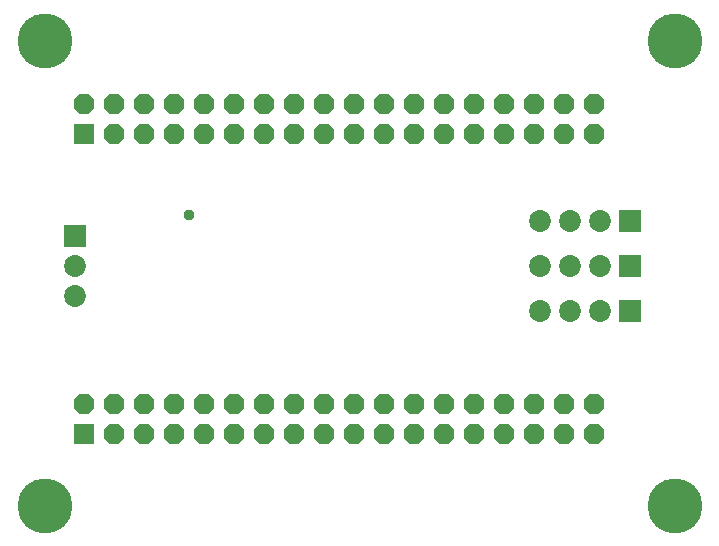
<source format=gbr>
G04 EAGLE Gerber RS-274X export*
G75*
%MOMM*%
%FSLAX34Y34*%
%LPD*%
%INSoldermask Bottom*%
%IPPOS*%
%AMOC8*
5,1,8,0,0,1.08239X$1,22.5*%
G01*
%ADD10C,4.648200*%
%ADD11R,1.854200X1.854200*%
%ADD12C,1.854200*%
%ADD13R,1.727200X1.727200*%
%ADD14P,1.869504X8X22.500000*%
%ADD15C,0.959600*%


D10*
X38100Y431800D03*
X571500Y431800D03*
X571500Y38100D03*
X38100Y38100D03*
D11*
X533400Y203200D03*
D12*
X508000Y203200D03*
X482600Y203200D03*
X457200Y203200D03*
D11*
X533400Y241300D03*
D12*
X508000Y241300D03*
X482600Y241300D03*
X457200Y241300D03*
D11*
X533400Y279400D03*
D12*
X508000Y279400D03*
X482600Y279400D03*
X457200Y279400D03*
D11*
X63500Y266700D03*
D12*
X63500Y241300D03*
X63500Y215900D03*
D13*
X71800Y98800D03*
D14*
X71800Y124200D03*
X97200Y98800D03*
X97200Y124200D03*
X122600Y98800D03*
X122600Y124200D03*
X148000Y98800D03*
X148000Y124200D03*
X173400Y98800D03*
X173400Y124200D03*
X198800Y98800D03*
X198800Y124200D03*
X224200Y98800D03*
X224200Y124200D03*
X249600Y98800D03*
X249600Y124200D03*
X275000Y98800D03*
X275000Y124200D03*
X300400Y98800D03*
X300400Y124200D03*
X325800Y98800D03*
X325800Y124200D03*
X351200Y98800D03*
X351200Y124200D03*
X376600Y98800D03*
X376600Y124200D03*
X402000Y98800D03*
X402000Y124200D03*
X427400Y98800D03*
X427400Y124200D03*
X452800Y98800D03*
X452800Y124200D03*
X478200Y98800D03*
X478200Y124200D03*
X503600Y98800D03*
X503600Y124200D03*
D13*
X71800Y352800D03*
D14*
X71800Y378200D03*
X97200Y352800D03*
X97200Y378200D03*
X122600Y352800D03*
X122600Y378200D03*
X148000Y352800D03*
X148000Y378200D03*
X173400Y352800D03*
X173400Y378200D03*
X198800Y352800D03*
X198800Y378200D03*
X224200Y352800D03*
X224200Y378200D03*
X249600Y352800D03*
X249600Y378200D03*
X275000Y352800D03*
X275000Y378200D03*
X300400Y352800D03*
X300400Y378200D03*
X325800Y352800D03*
X325800Y378200D03*
X351200Y352800D03*
X351200Y378200D03*
X376600Y352800D03*
X376600Y378200D03*
X402000Y352800D03*
X402000Y378200D03*
X427400Y352800D03*
X427400Y378200D03*
X452800Y352800D03*
X452800Y378200D03*
X478200Y352800D03*
X478200Y378200D03*
X503600Y352800D03*
X503600Y378200D03*
D15*
X160020Y284480D03*
M02*

</source>
